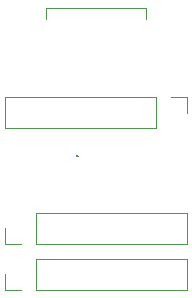
<source format=gbr>
%TF.GenerationSoftware,KiCad,Pcbnew,(5.1.8)-1*%
%TF.CreationDate,2021-08-20T02:01:50-04:00*%
%TF.ProjectId,motor_test,6d6f746f-725f-4746-9573-742e6b696361,rev?*%
%TF.SameCoordinates,Original*%
%TF.FileFunction,Legend,Top*%
%TF.FilePolarity,Positive*%
%FSLAX46Y46*%
G04 Gerber Fmt 4.6, Leading zero omitted, Abs format (unit mm)*
G04 Created by KiCad (PCBNEW (5.1.8)-1) date 2021-08-20 02:01:50*
%MOMM*%
%LPD*%
G01*
G04 APERTURE LIST*
%ADD10C,0.120000*%
%ADD11C,0.100000*%
%ADD12C,0.200000*%
G04 APERTURE END LIST*
D10*
%TO.C,J4*%
X143810000Y-95690000D02*
X143810000Y-93030000D01*
X131050000Y-95690000D02*
X143810000Y-95690000D01*
X131050000Y-93030000D02*
X143810000Y-93030000D01*
X131050000Y-95690000D02*
X131050000Y-93030000D01*
X129780000Y-95690000D02*
X128450000Y-95690000D01*
X128450000Y-95690000D02*
X128450000Y-94360000D01*
%TO.C,J3*%
X143810000Y-91790000D02*
X143810000Y-89130000D01*
X131050000Y-91790000D02*
X143810000Y-91790000D01*
X131050000Y-89130000D02*
X143810000Y-89130000D01*
X131050000Y-91790000D02*
X131050000Y-89130000D01*
X129780000Y-91790000D02*
X128450000Y-91790000D01*
X128450000Y-91790000D02*
X128450000Y-90460000D01*
D11*
%TO.C,J2*%
X131905000Y-72740000D02*
X131905000Y-71790000D01*
X131905000Y-72740000D02*
X131905000Y-72740000D01*
X131905000Y-71790000D02*
X131905000Y-72740000D01*
X131905000Y-71790000D02*
X131905000Y-71790000D01*
X140335000Y-71790000D02*
X140335000Y-71790000D01*
X131905000Y-71790000D02*
X140335000Y-71790000D01*
X131905000Y-71790000D02*
X131905000Y-71790000D01*
X140335000Y-71790000D02*
X131905000Y-71790000D01*
X140335000Y-71790000D02*
X140335000Y-72740000D01*
X140335000Y-71790000D02*
X140335000Y-71790000D01*
X140335000Y-72740000D02*
X140335000Y-71790000D01*
X140335000Y-72740000D02*
X140335000Y-72740000D01*
D10*
%TO.C,J1*%
X128450000Y-79320000D02*
X128450000Y-81980000D01*
X141210000Y-79320000D02*
X128450000Y-79320000D01*
X141210000Y-81980000D02*
X128450000Y-81980000D01*
X141210000Y-79320000D02*
X141210000Y-81980000D01*
X142480000Y-79320000D02*
X143810000Y-79320000D01*
X143810000Y-79320000D02*
X143810000Y-80650000D01*
D12*
%TO.C,IC1*%
X134480000Y-84360000D02*
G75*
G02*
X134580000Y-84360000I50000J0D01*
G01*
X134580000Y-84360000D02*
G75*
G02*
X134480000Y-84360000I-50000J0D01*
G01*
X134480000Y-84360000D02*
G75*
G02*
X134580000Y-84360000I50000J0D01*
G01*
X134580000Y-84360000D02*
X134580000Y-84360000D01*
X134480000Y-84360000D02*
X134480000Y-84360000D01*
X134580000Y-84360000D02*
X134580000Y-84360000D01*
%TD*%
M02*

</source>
